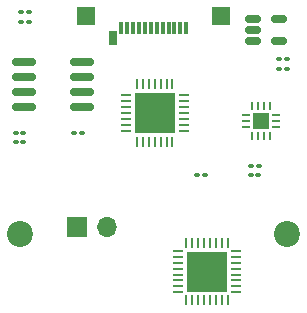
<source format=gbr>
%TF.GenerationSoftware,KiCad,Pcbnew,7.0.6*%
%TF.CreationDate,2023-07-11T14:09:12+02:00*%
%TF.ProjectId,power-output,706f7765-722d-46f7-9574-7075742e6b69,X1*%
%TF.SameCoordinates,Original*%
%TF.FileFunction,Soldermask,Top*%
%TF.FilePolarity,Negative*%
%FSLAX46Y46*%
G04 Gerber Fmt 4.6, Leading zero omitted, Abs format (unit mm)*
G04 Created by KiCad (PCBNEW 7.0.6) date 2023-07-11 14:09:12*
%MOMM*%
%LPD*%
G01*
G04 APERTURE LIST*
G04 Aperture macros list*
%AMRoundRect*
0 Rectangle with rounded corners*
0 $1 Rounding radius*
0 $2 $3 $4 $5 $6 $7 $8 $9 X,Y pos of 4 corners*
0 Add a 4 corners polygon primitive as box body*
4,1,4,$2,$3,$4,$5,$6,$7,$8,$9,$2,$3,0*
0 Add four circle primitives for the rounded corners*
1,1,$1+$1,$2,$3*
1,1,$1+$1,$4,$5*
1,1,$1+$1,$6,$7*
1,1,$1+$1,$8,$9*
0 Add four rect primitives between the rounded corners*
20,1,$1+$1,$2,$3,$4,$5,0*
20,1,$1+$1,$4,$5,$6,$7,0*
20,1,$1+$1,$6,$7,$8,$9,0*
20,1,$1+$1,$8,$9,$2,$3,0*%
G04 Aperture macros list end*
%ADD10R,0.380000X1.000000*%
%ADD11R,0.700000X1.150000*%
%ADD12C,2.200000*%
%ADD13R,1.500000X1.500000*%
%ADD14R,1.700000X1.700000*%
%ADD15O,1.700000X1.700000*%
%ADD16RoundRect,0.062500X-0.375000X-0.062500X0.375000X-0.062500X0.375000X0.062500X-0.375000X0.062500X0*%
%ADD17RoundRect,0.062500X-0.062500X-0.375000X0.062500X-0.375000X0.062500X0.375000X-0.062500X0.375000X0*%
%ADD18R,3.450000X3.450000*%
%ADD19RoundRect,0.100000X-0.130000X-0.100000X0.130000X-0.100000X0.130000X0.100000X-0.130000X0.100000X0*%
%ADD20RoundRect,0.100000X0.130000X0.100000X-0.130000X0.100000X-0.130000X-0.100000X0.130000X-0.100000X0*%
%ADD21RoundRect,0.150000X-0.512500X-0.150000X0.512500X-0.150000X0.512500X0.150000X-0.512500X0.150000X0*%
%ADD22RoundRect,0.062500X-0.275000X-0.062500X0.275000X-0.062500X0.275000X0.062500X-0.275000X0.062500X0*%
%ADD23RoundRect,0.062500X-0.062500X-0.275000X0.062500X-0.275000X0.062500X0.275000X-0.062500X0.275000X0*%
%ADD24R,1.450000X1.450000*%
%ADD25RoundRect,0.150000X-0.825000X-0.150000X0.825000X-0.150000X0.825000X0.150000X-0.825000X0.150000X0*%
%ADD26RoundRect,0.062500X-0.062500X0.337500X-0.062500X-0.337500X0.062500X-0.337500X0.062500X0.337500X0*%
%ADD27RoundRect,0.062500X-0.337500X0.062500X-0.337500X-0.062500X0.337500X-0.062500X0.337500X0.062500X0*%
%ADD28R,3.350000X3.350000*%
G04 APERTURE END LIST*
D10*
%TO.C,P1*%
X137250000Y-129040000D03*
X137750000Y-129040000D03*
X138250000Y-129040000D03*
X138750000Y-129040000D03*
X139250000Y-129040000D03*
X139750000Y-129040000D03*
X140250000Y-129040000D03*
X140750000Y-129040000D03*
X141250000Y-129040000D03*
X141750000Y-129040000D03*
X142250000Y-129040000D03*
X142750000Y-129040000D03*
D11*
X136580000Y-129880000D03*
%TD*%
D12*
%TO.C,H1*%
X128700000Y-146500000D03*
%TD*%
%TO.C,H2*%
X151300000Y-146500000D03*
%TD*%
D13*
%TO.C,TP1*%
X134300000Y-128000000D03*
%TD*%
%TO.C,TP3*%
X145700000Y-128000000D03*
%TD*%
D14*
%TO.C,J1*%
X133470000Y-145870000D03*
D15*
X136010000Y-145870000D03*
%TD*%
D16*
%TO.C,U4*%
X142072500Y-147910000D03*
X142072500Y-148410000D03*
X142072500Y-148910000D03*
X142072500Y-149410000D03*
X142072500Y-149910000D03*
X142072500Y-150410000D03*
X142072500Y-150910000D03*
X142072500Y-151410000D03*
D17*
X142760000Y-152097500D03*
X143260000Y-152097500D03*
X143760000Y-152097500D03*
X144260000Y-152097500D03*
X144760000Y-152097500D03*
X145260000Y-152097500D03*
X145760000Y-152097500D03*
X146260000Y-152097500D03*
D16*
X146947500Y-151410000D03*
X146947500Y-150910000D03*
X146947500Y-150410000D03*
X146947500Y-149910000D03*
X146947500Y-149410000D03*
X146947500Y-148910000D03*
X146947500Y-148410000D03*
X146947500Y-147910000D03*
D17*
X146260000Y-147222500D03*
X145760000Y-147222500D03*
X145260000Y-147222500D03*
X144760000Y-147222500D03*
X144260000Y-147222500D03*
X143760000Y-147222500D03*
X143260000Y-147222500D03*
X142760000Y-147222500D03*
D18*
X144510000Y-149660000D03*
%TD*%
D19*
%TO.C,C4*%
X143685000Y-141500000D03*
X144325000Y-141500000D03*
%TD*%
%TO.C,C9*%
X133280000Y-137910000D03*
X133920000Y-137910000D03*
%TD*%
D20*
%TO.C,C10*%
X129395000Y-127725000D03*
X128755000Y-127725000D03*
%TD*%
%TO.C,C1*%
X129395000Y-128500000D03*
X128755000Y-128500000D03*
%TD*%
D21*
%TO.C,U1*%
X148362500Y-128270000D03*
X148362500Y-129220000D03*
X148362500Y-130170000D03*
X150637500Y-130170000D03*
X150637500Y-128270000D03*
%TD*%
D19*
%TO.C,C7*%
X128295000Y-137922000D03*
X128935000Y-137922000D03*
%TD*%
D20*
%TO.C,R4*%
X148875000Y-140710000D03*
X148235000Y-140710000D03*
%TD*%
D19*
%TO.C,C8*%
X128295000Y-138730000D03*
X128935000Y-138730000D03*
%TD*%
D20*
%TO.C,C6*%
X151265000Y-131670000D03*
X150625000Y-131670000D03*
%TD*%
D22*
%TO.C,U2*%
X147828000Y-136414000D03*
X147828000Y-136914000D03*
X147828000Y-137414000D03*
D23*
X148340500Y-138176500D03*
X148840500Y-138176500D03*
X149340500Y-138176500D03*
X149840500Y-138176500D03*
D22*
X150353000Y-137414000D03*
X150353000Y-136914000D03*
X150353000Y-136414000D03*
D23*
X149840500Y-135651500D03*
X149340500Y-135651500D03*
X148840500Y-135651500D03*
X148340500Y-135651500D03*
D24*
X149090500Y-136914000D03*
%TD*%
D20*
%TO.C,R3*%
X148860000Y-141480000D03*
X148220000Y-141480000D03*
%TD*%
D25*
%TO.C,U3*%
X128975000Y-131920000D03*
X128975000Y-133190000D03*
X128975000Y-134460000D03*
X128975000Y-135730000D03*
X133925000Y-135730000D03*
X133925000Y-134460000D03*
X133925000Y-133190000D03*
X133925000Y-131920000D03*
%TD*%
D20*
%TO.C,C5*%
X151260000Y-132470000D03*
X150620000Y-132470000D03*
%TD*%
D26*
%TO.C,U5*%
X141580000Y-133770000D03*
X141080000Y-133770000D03*
X140580000Y-133770000D03*
X140080000Y-133770000D03*
X139580000Y-133770000D03*
X139080000Y-133770000D03*
X138580000Y-133770000D03*
D27*
X137630000Y-134720000D03*
X137630000Y-135220000D03*
X137630000Y-135720000D03*
X137630000Y-136220000D03*
X137630000Y-136720000D03*
X137630000Y-137220000D03*
X137630000Y-137720000D03*
D26*
X138580000Y-138670000D03*
X139080000Y-138670000D03*
X139580000Y-138670000D03*
X140080000Y-138670000D03*
X140580000Y-138670000D03*
X141080000Y-138670000D03*
X141580000Y-138670000D03*
D27*
X142530000Y-137720000D03*
X142530000Y-137220000D03*
X142530000Y-136720000D03*
X142530000Y-136220000D03*
X142530000Y-135720000D03*
X142530000Y-135220000D03*
X142530000Y-134720000D03*
D28*
X140080000Y-136220000D03*
%TD*%
M02*

</source>
